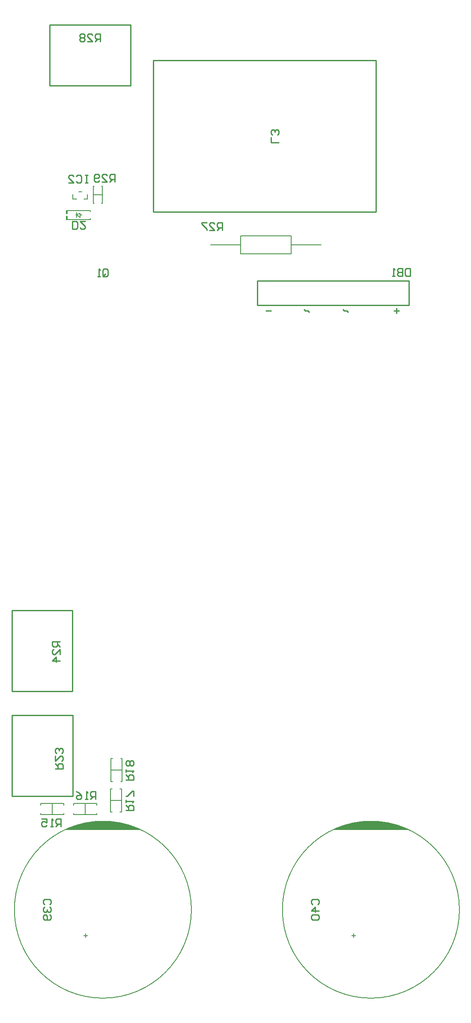
<source format=gbo>
G04*
G04 #@! TF.GenerationSoftware,Altium Limited,Altium Designer,20.0.13 (296)*
G04*
G04 Layer_Color=32896*
%FSLAX44Y44*%
%MOMM*%
G71*
G01*
G75*
%ADD10C,0.2540*%
%ADD12C,0.2000*%
%ADD15C,0.1500*%
G36*
X193958Y438604D02*
X188188Y441294D01*
X176289Y445822D01*
X164092Y449474D01*
X151662Y452229D01*
X139064Y454075D01*
X126366Y455000D01*
X113634D01*
X100936Y454075D01*
X88338Y452229D01*
X75908Y449474D01*
X63711Y445822D01*
X51811Y441294D01*
X46042Y438604D01*
D01*
X193958D01*
D02*
G37*
G36*
X723958Y438604D02*
X718188Y441294D01*
X706289Y445822D01*
X694092Y449474D01*
X681662Y452229D01*
X669064Y454075D01*
X656366Y455000D01*
X643634D01*
X630936Y454075D01*
X618338Y452229D01*
X605908Y449474D01*
X593711Y445822D01*
X581811Y441294D01*
X576042Y438604D01*
D01*
X723958D01*
D02*
G37*
G36*
X616907Y229519D02*
X620426D01*
Y228035D01*
X616907D01*
Y224553D01*
X615442D01*
Y228035D01*
X611960D01*
Y229519D01*
X615442D01*
Y233000D01*
X616907D01*
Y229519D01*
D02*
G37*
G36*
X86907Y229519D02*
X90426D01*
Y228035D01*
X86907D01*
Y224553D01*
X85442D01*
Y228035D01*
X81960D01*
Y229519D01*
X85442D01*
Y233000D01*
X86907D01*
Y229519D01*
D02*
G37*
D10*
X60500Y504250D02*
Y664250D01*
X-59500Y504250D02*
X60500D01*
X-59500D02*
Y664250D01*
X60500D01*
X60000Y712000D02*
Y872000D01*
X-60000Y712000D02*
X60000D01*
X-60000D02*
Y872000D01*
X60000D01*
X425000Y1476000D02*
X725000D01*
X425000D02*
Y1524000D01*
X725000D01*
Y1476000D02*
Y1524000D01*
X175000Y1910000D02*
Y2030000D01*
X15000D02*
X175000D01*
X15000Y1910000D02*
Y2030000D01*
Y1910000D02*
X175000D01*
X220000Y1660000D02*
Y1960000D01*
X660000D01*
Y1660000D02*
Y1960000D01*
X220000Y1660000D02*
X660000D01*
X705460Y1464618D02*
X695303D01*
X700382Y1469697D02*
Y1459540D01*
X452461Y1464540D02*
X442304D01*
X604460Y1462540D02*
X601921Y1465079D01*
X596842D01*
X594303Y1467618D01*
X527460Y1462540D02*
X524921Y1465079D01*
X519842D01*
X517303Y1467618D01*
X143346Y1719324D02*
Y1734559D01*
X135729D01*
X133189Y1732020D01*
Y1726942D01*
X135729Y1724402D01*
X143346D01*
X138268D02*
X133189Y1719324D01*
X117954D02*
X128111D01*
X117954Y1729481D01*
Y1732020D01*
X120493Y1734559D01*
X125572D01*
X128111Y1732020D01*
X112876Y1721863D02*
X110337Y1719324D01*
X105258D01*
X102719Y1721863D01*
Y1732020D01*
X105258Y1734559D01*
X110337D01*
X112876Y1732020D01*
Y1729481D01*
X110337Y1726942D01*
X102719D01*
X114313Y1997383D02*
Y2012617D01*
X106696D01*
X104157Y2010078D01*
Y2005000D01*
X106696Y2002461D01*
X114313D01*
X109235D02*
X104157Y1997383D01*
X88922D02*
X99078D01*
X88922Y2007539D01*
Y2010078D01*
X91461Y2012617D01*
X96539D01*
X99078Y2010078D01*
X83843D02*
X81304Y2012617D01*
X76226D01*
X73686Y2010078D01*
Y2007539D01*
X76226Y2005000D01*
X73686Y2002461D01*
Y1999922D01*
X76226Y1997383D01*
X81304D01*
X83843Y1999922D01*
Y2002461D01*
X81304Y2005000D01*
X83843Y2007539D01*
Y2010078D01*
X81304Y2005000D02*
X76226D01*
X355830Y1623796D02*
Y1639031D01*
X348213D01*
X345673Y1636492D01*
Y1631414D01*
X348213Y1628874D01*
X355830D01*
X350752D02*
X345673Y1623796D01*
X330438D02*
X340595D01*
X330438Y1633953D01*
Y1636492D01*
X332977Y1639031D01*
X338056D01*
X340595Y1636492D01*
X325360Y1639031D02*
X315203D01*
Y1636492D01*
X325360Y1626335D01*
Y1623796D01*
X35117Y809813D02*
X19882D01*
Y802196D01*
X22422Y799657D01*
X27500D01*
X30039Y802196D01*
Y809813D01*
Y804735D02*
X35117Y799657D01*
Y784422D02*
Y794578D01*
X24961Y784422D01*
X22422D01*
X19882Y786961D01*
Y792039D01*
X22422Y794578D01*
X35117Y771726D02*
X19882D01*
X27500Y779343D01*
Y769186D01*
X25382Y558937D02*
X40618D01*
Y566554D01*
X38078Y569093D01*
X33000D01*
X30461Y566554D01*
Y558937D01*
Y564015D02*
X25382Y569093D01*
Y584328D02*
Y574172D01*
X35539Y584328D01*
X38078D01*
X40618Y581789D01*
Y576711D01*
X38078Y574172D01*
Y589407D02*
X40618Y591946D01*
Y597024D01*
X38078Y599563D01*
X35539D01*
X33000Y597024D01*
Y594485D01*
Y597024D01*
X30461Y599563D01*
X27922D01*
X25382Y597024D01*
Y591946D01*
X27922Y589407D01*
X165382Y536956D02*
X180618D01*
Y544574D01*
X178078Y547113D01*
X173000D01*
X170461Y544574D01*
Y536956D01*
Y542034D02*
X165382Y547113D01*
Y552191D02*
Y557270D01*
Y554730D01*
X180618D01*
X178078Y552191D01*
Y564887D02*
X180618Y567426D01*
Y572505D01*
X178078Y575044D01*
X175539D01*
X173000Y572505D01*
X170461Y575044D01*
X167922D01*
X165382Y572505D01*
Y567426D01*
X167922Y564887D01*
X170461D01*
X173000Y567426D01*
X175539Y564887D01*
X178078D01*
X173000Y567426D02*
Y572505D01*
X165382Y476956D02*
X180618D01*
Y484574D01*
X178078Y487113D01*
X173000D01*
X170461Y484574D01*
Y476956D01*
Y482034D02*
X165382Y487113D01*
Y492191D02*
Y497270D01*
Y494730D01*
X180618D01*
X178078Y492191D01*
X180618Y504887D02*
Y515044D01*
X178078D01*
X167922Y504887D01*
X165382D01*
X105044Y498382D02*
Y513618D01*
X97426D01*
X94887Y511078D01*
Y506000D01*
X97426Y503461D01*
X105044D01*
X99965D02*
X94887Y498382D01*
X89809D02*
X84730D01*
X87270D01*
Y513618D01*
X89809Y511078D01*
X66956Y513618D02*
X72035Y511078D01*
X77113Y506000D01*
Y500922D01*
X74574Y498382D01*
X69495D01*
X66956Y500922D01*
Y503461D01*
X69495Y506000D01*
X77113D01*
X37044Y444383D02*
Y459618D01*
X29426D01*
X26887Y457078D01*
Y452000D01*
X29426Y449461D01*
X37044D01*
X31965D02*
X26887Y444383D01*
X21809D02*
X16730D01*
X19270D01*
Y459618D01*
X21809Y457078D01*
X-1044Y459618D02*
X9113D01*
Y452000D01*
X4035Y454539D01*
X1495D01*
X-1044Y452000D01*
Y446922D01*
X1495Y444383D01*
X6574D01*
X9113Y446922D01*
X120000Y1534922D02*
Y1545078D01*
X122539Y1547617D01*
X127618D01*
X130157Y1545078D01*
Y1534922D01*
X127618Y1532383D01*
X122539D01*
X125078Y1537461D02*
X120000Y1532383D01*
X122539D02*
X120000Y1534922D01*
X114922Y1532383D02*
X109843D01*
X112382D01*
Y1547617D01*
X114922Y1545078D01*
X467618Y1797304D02*
X452383D01*
Y1807461D01*
X465078Y1812539D02*
X467618Y1815078D01*
Y1820157D01*
X465078Y1822696D01*
X462539D01*
X460000Y1820157D01*
Y1817617D01*
Y1820157D01*
X457461Y1822696D01*
X454922D01*
X452383Y1820157D01*
Y1815078D01*
X454922Y1812539D01*
X89762Y1733083D02*
X84684D01*
X87223D01*
Y1717848D01*
X89762D01*
X84684D01*
X66909Y1730544D02*
X69449Y1733083D01*
X74527D01*
X77066Y1730544D01*
Y1720387D01*
X74527Y1717848D01*
X69449D01*
X66909Y1720387D01*
X51674Y1717848D02*
X61831D01*
X51674Y1728005D01*
Y1730544D01*
X54214Y1733083D01*
X59292D01*
X61831Y1730544D01*
X727556Y1548123D02*
Y1532888D01*
X719939D01*
X717399Y1535427D01*
Y1545584D01*
X719939Y1548123D01*
X727556D01*
X712321D02*
Y1532888D01*
X704703D01*
X702164Y1535427D01*
Y1537966D01*
X704703Y1540506D01*
X712321D01*
X704703D01*
X702164Y1543045D01*
Y1545584D01*
X704703Y1548123D01*
X712321D01*
X697086Y1532888D02*
X692008D01*
X694547D01*
Y1548123D01*
X697086Y1545584D01*
X59304Y1626382D02*
Y1641617D01*
X66922D01*
X69461Y1639078D01*
Y1628922D01*
X66922Y1626382D01*
X59304D01*
X84696Y1641617D02*
X74539D01*
X84696Y1631461D01*
Y1628922D01*
X82157Y1626382D01*
X77078D01*
X74539Y1628922D01*
X534922Y290157D02*
X532383Y292696D01*
Y297774D01*
X534922Y300314D01*
X545078D01*
X547617Y297774D01*
Y292696D01*
X545078Y290157D01*
X547617Y277461D02*
X532383D01*
X540000Y285079D01*
Y274922D01*
X534922Y269844D02*
X532383Y267304D01*
Y262226D01*
X534922Y259687D01*
X545078D01*
X547617Y262226D01*
Y267304D01*
X545078Y269844D01*
X534922D01*
X4922Y290157D02*
X2382Y292696D01*
Y297774D01*
X4922Y300313D01*
X15078D01*
X17617Y297774D01*
Y292696D01*
X15078Y290157D01*
X4922Y285078D02*
X2382Y282539D01*
Y277461D01*
X4922Y274922D01*
X7461D01*
X10000Y277461D01*
Y280000D01*
Y277461D01*
X12539Y274922D01*
X15078D01*
X17617Y277461D01*
Y282539D01*
X15078Y285078D01*
Y269843D02*
X17617Y267304D01*
Y262226D01*
X15078Y259687D01*
X4922D01*
X2382Y262226D01*
Y267304D01*
X4922Y269843D01*
X7461D01*
X10000Y267304D01*
Y259687D01*
D12*
X825000Y280000D02*
G03*
X825000Y280000I-175000J0D01*
G01*
X723958Y438604D02*
G03*
X576042Y438604I-73958J-158603D01*
G01*
X295000Y280000D02*
G03*
X295000Y280000I-175000J0D01*
G01*
X193958Y438604D02*
G03*
X46042Y438604I-73958J-158603D01*
G01*
X136000Y579000D02*
X139000D01*
X136000Y533000D02*
Y579000D01*
Y533000D02*
X139000D01*
X155000D02*
X158000D01*
Y579000D01*
X155000D02*
X158000D01*
X136000Y556000D02*
X158000D01*
X135000Y519000D02*
X138000D01*
X135000Y473000D02*
Y519000D01*
Y473000D02*
X138000D01*
X154000D02*
X157000D01*
Y519000D01*
X154000D02*
X157000D01*
X135000Y496000D02*
X157000D01*
X108000Y487000D02*
Y490000D01*
X62000D02*
X108000D01*
X62000Y487000D02*
Y490000D01*
Y468000D02*
Y471000D01*
Y468000D02*
X108000D01*
Y471000D01*
X85000Y468000D02*
Y490000D01*
X43000Y487000D02*
Y490000D01*
X-3000D02*
X43000D01*
X-3000Y487000D02*
Y490000D01*
Y468000D02*
Y471000D01*
Y468000D02*
X43000D01*
Y471000D01*
X20000Y468000D02*
Y490000D01*
X72000Y1700000D02*
X78000D01*
X82250Y1686000D02*
X89500D01*
Y1695000D01*
X60500Y1686000D02*
X67750D01*
X60500D02*
Y1695000D01*
X75000Y1654000D02*
X78000D01*
X66000D02*
X68000D01*
X75000Y1649000D02*
Y1658000D01*
X68000Y1654000D02*
X75000Y1649000D01*
X68000Y1654000D02*
X75000Y1658000D01*
X68000Y1649000D02*
Y1659000D01*
X392500Y1577500D02*
X492500D01*
Y1612500D01*
X392500D02*
X492500D01*
X392500Y1577500D02*
Y1612500D01*
X333120Y1595000D02*
X392500D01*
X492500D02*
X551880D01*
X576042Y438604D02*
X723958D01*
X46042Y438604D02*
X193958D01*
D15*
X101000Y1694000D02*
X119000D01*
X101000Y1711000D02*
X103000D01*
X101000Y1677000D02*
Y1711000D01*
Y1677000D02*
X103000D01*
X117000Y1711000D02*
X119000D01*
Y1677000D02*
Y1711000D01*
X117000Y1677000D02*
X119000D01*
X95000Y1660750D02*
Y1663160D01*
X49140D02*
X95000D01*
X47870D02*
X49140D01*
X47870Y1656540D02*
Y1663160D01*
Y1656540D02*
X49140D01*
Y1663160D01*
Y1644840D02*
Y1651460D01*
X47870D02*
X49140D01*
X47870Y1644840D02*
Y1651460D01*
Y1644840D02*
X49140D01*
X95000D01*
Y1647250D01*
M02*

</source>
